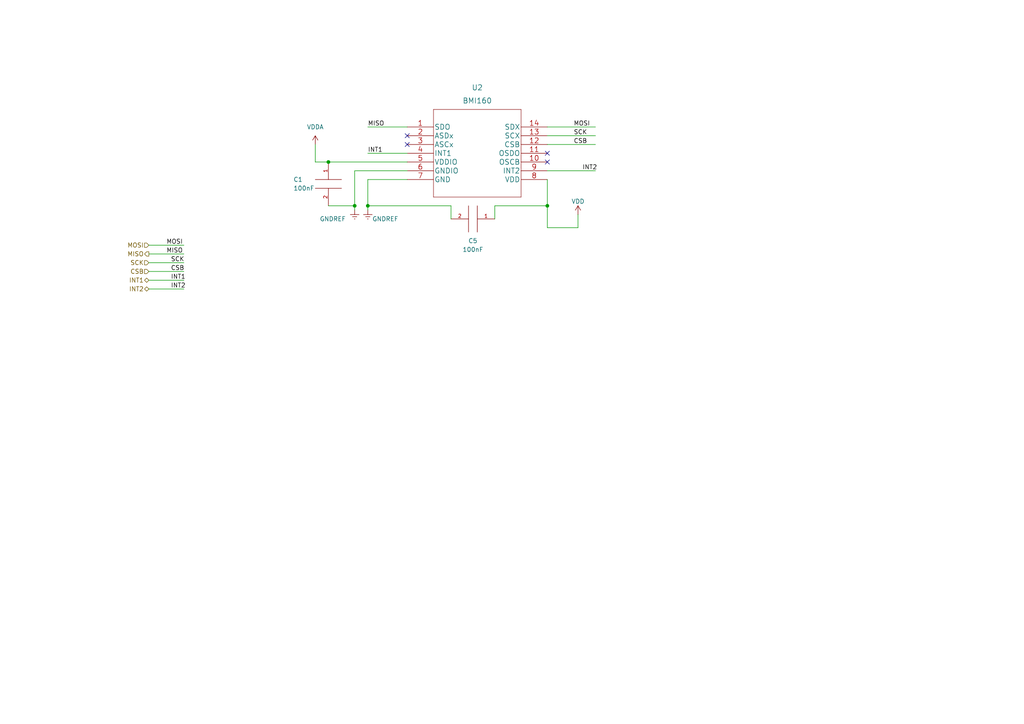
<source format=kicad_sch>
(kicad_sch (version 20230121) (generator eeschema)
  (paper "A4")
  (lib_symbols
    (symbol "BM160:BMI160" (pin_names (offset 0.254))
      (property "Reference" "U6" (at 20.32 11.43 0))
      (property "Value" "BMI160" (at 20.32 7.62 0))
      (symbol "BMI160_1_1"
        (polyline (pts (xy 7.62 -20.32) (xy 33.02 -20.32)) (stroke (width 0.127)))
        (polyline (pts (xy 7.62 5.08) (xy 7.62 -20.32)) (stroke (width 0.127)))
        (polyline (pts (xy 33.02 -20.32) (xy 33.02 5.08)) (stroke (width 0.127)))
        (polyline (pts (xy 33.02 5.08) (xy 7.62 5.08)) (stroke (width 0.127)))
        (pin bidirectional line (at 0 0 0) (length 7.62) (name "SDO") (number "1"))
        (pin bidirectional line (at 40.64 -10.16 180) (length 7.62) (name "OSCB") (number "10"))
        (pin bidirectional line (at 40.64 -7.62 180) (length 7.62) (name "OSDO") (number "11"))
        (pin input line (at 40.64 -5.08 180) (length 7.62) (name "CSB") (number "12"))
        (pin input line (at 40.64 -2.54 180) (length 7.62) (name "SCX") (number "13"))
        (pin bidirectional line (at 40.64 0 180) (length 7.62) (name "SDX") (number "14"))
        (pin bidirectional line (at 0 -2.54 0) (length 7.62) (name "ASDx") (number "2"))
        (pin output line (at 0 -5.08 0) (length 7.62) (name "ASCx") (number "3"))
        (pin bidirectional line (at 0 -7.62 0) (length 7.62) (name "INT1") (number "4"))
        (pin unspecified line (at 0 -10.16 0) (length 7.62) (name "VDDIO") (number "5"))
        (pin power_in line (at 0 -12.7 0) (length 7.62) (name "GNDIO") (number "6"))
        (pin power_in line (at 0 -15.24 0) (length 7.62) (name "GND") (number "7"))
        (pin power_in line (at 40.64 -15.24 180) (length 7.62) (name "VDD") (number "8"))
        (pin bidirectional line (at 40.64 -12.7 180) (length 7.62) (name "INT2") (number "9"))
      )
    )
    (symbol "power:GNDREF" (power) (pin_names (offset 0))
      (property "Value" "GNDREF" (at 0 -3.81 0))
      (symbol "GNDREF_0_1"
        (polyline (pts (xy -0.635 -1.905) (xy 0.635 -1.905)))
        (polyline (pts (xy -0.127 -2.54) (xy 0.127 -2.54)))
        (polyline (pts (xy 0 -1.27) (xy 0 0)))
        (polyline (pts (xy 1.27 -1.27) (xy -1.27 -1.27)))
      )
      (symbol "GNDREF_1_1"
        (pin power_in line (at 0 0 270) (length 0) hide (name "GNDREF") (number "1"))
      )
    )
    (symbol "power:VDD" (power) (pin_names (offset 0))
      (property "Value" "VDD" (at 0 3.81 0))
      (symbol "VDD_0_1"
        (polyline (pts (xy -0.762 1.27) (xy 0 2.54)))
        (polyline (pts (xy 0 0) (xy 0 2.54)))
        (polyline (pts (xy 0 2.54) (xy 0.762 1.27)))
      )
      (symbol "VDD_1_1"
        (pin power_in line (at 0 0 90) (length 0) hide (name "VDD") (number "1"))
      )
    )
    (symbol "power:VDDA" (power) (pin_names (offset 0))
      (property "Value" "VDDA" (at 0 3.81 0))
      (symbol "VDDA_0_1"
        (polyline (pts (xy -0.762 1.27) (xy 0 2.54)))
        (polyline (pts (xy 0 0) (xy 0 2.54)))
        (polyline (pts (xy 0 2.54) (xy 0.762 1.27)))
      )
      (symbol "VDDA_1_1"
        (pin power_in line (at 0 0 90) (length 0) hide (name "VDDA") (number "1"))
      )
    )
    (symbol "pspice:CAP" (pin_names (offset 0.254))
      (property "Reference" "C" (at 2.54 3.81 90))
      (property "Value" "CAP" (at 2.54 -3.81 90))
      (symbol "CAP_0_1"
        (polyline (pts (xy -3.81 -1.27) (xy 3.81 -1.27)))
        (polyline (pts (xy -3.81 1.27) (xy 3.81 1.27)))
      )
      (symbol "CAP_1_1"
        (pin passive line (at 0 6.35 270) (length 5.08) (name "~") (number "1"))
        (pin passive line (at 0 -6.35 90) (length 5.08) (name "~") (number "2"))
      )
    )
  )
  (junction (at 102.87 59.69))
  (junction (at 106.68 59.69))
  (junction (at 158.75 59.69))
  (junction (at 95.25 46.99))
  (no_connect (at 158.75 46.99))
  (no_connect (at 158.75 44.45))
  (no_connect (at 118.11 41.91))
  (no_connect (at 118.11 39.37))
  (wire (pts (xy 102.87 59.69) (xy 102.87 60.96)))
  (wire (pts (xy 158.75 49.53) (xy 172.72 49.53)))
  (wire (pts (xy 143.51 59.69) (xy 158.75 59.69)))
  (wire (pts (xy 106.68 59.69) (xy 130.81 59.69)))
  (wire (pts (xy 158.75 59.69) (xy 158.75 66.04)))
  (wire (pts (xy 43.18 76.2) (xy 53.34 76.2)))
  (wire (pts (xy 158.75 52.07) (xy 158.75 59.69)))
  (wire (pts (xy 158.75 66.04) (xy 167.64 66.04)))
  (wire (pts (xy 106.68 44.45) (xy 118.11 44.45)))
  (wire (pts (xy 158.75 41.91) (xy 172.72 41.91)))
  (wire (pts (xy 43.18 73.66) (xy 53.34 73.66)))
  (wire (pts (xy 106.68 36.83) (xy 118.11 36.83)))
  (wire (pts (xy 106.68 59.69) (xy 106.68 60.96)))
  (wire (pts (xy 95.25 46.99) (xy 118.11 46.99)))
  (wire (pts (xy 158.75 36.83) (xy 172.72 36.83)))
  (wire (pts (xy 102.87 49.53) (xy 118.11 49.53)))
  (wire (pts (xy 106.68 52.07) (xy 118.11 52.07)))
  (wire (pts (xy 43.18 83.82) (xy 53.34 83.82)))
  (wire (pts (xy 130.81 59.69) (xy 130.81 63.5)))
  (wire (pts (xy 102.87 49.53) (xy 102.87 59.69)))
  (wire (pts (xy 167.64 62.23) (xy 167.64 66.04)))
  (wire (pts (xy 143.51 63.5) (xy 143.51 59.69)))
  (wire (pts (xy 95.25 59.69) (xy 102.87 59.69)))
  (wire (pts (xy 106.68 52.07) (xy 106.68 59.69)))
  (wire (pts (xy 91.44 41.91) (xy 91.44 46.99)))
  (wire (pts (xy 158.75 39.37) (xy 172.72 39.37)))
  (wire (pts (xy 43.18 71.12) (xy 53.34 71.12)))
  (wire (pts (xy 43.18 78.74) (xy 53.34 78.74)))
  (wire (pts (xy 43.18 81.28) (xy 53.34 81.28)))
  (wire (pts (xy 91.44 46.99) (xy 95.25 46.99)))
  (label "INT2" (at 168.91 49.53 0))
  (label "INT2" (at 49.53 83.82 0))
  (label "INT1" (at 49.53 81.28 0))
  (label "MISO" (at 48.26 73.66 0))
  (label "MISO" (at 106.68 36.83 0))
  (label "CSB" (at 49.53 78.74 0))
  (label "MOSI" (at 48.26 71.12 0))
  (label "SCK" (at 166.37 39.37 0))
  (label "MOSI" (at 166.37 36.83 0))
  (label "CSB" (at 166.37 41.91 0))
  (label "SCK" (at 49.53 76.2 0))
  (label "INT1" (at 106.68 44.45 0))
  (hierarchical_label "CSB" (shape input) (at 43.18 78.74 180))
  (hierarchical_label "SCK" (shape input) (at 43.18 76.2 180))
  (hierarchical_label "INT2" (shape bidirectional) (at 43.18 83.82 180))
  (hierarchical_label "INT1" (shape bidirectional) (at 43.18 81.28 180))
  (hierarchical_label "MOSI" (shape input) (at 43.18 71.12 180))
  (hierarchical_label "MISO" (shape output) (at 43.18 73.66 180))
  (symbol (lib_id "power:VDD") (at 167.64 62.23 0) (unit 1)
    (property "Reference" "#PWR011" (effects hide))
    (property "Value" "VDD" (at 167.64 58.42 0))
  )
  (symbol (lib_id "pspice:CAP") (at 137.16 63.5 270) (unit 1)
    (property "Reference" "C5" (at 137.16 69.85 90))
    (property "Value" "100nF" (at 137.16 72.39 90))
    (property "Footprint" "Capacitor_SMD:C_1206_3216Metric_Pad1.33x1.80mm_HandSolder" (effects hide))
  )
  (symbol (lib_id "BM160:BMI160") (at 118.11 36.83 0) (unit 1)
    (property "Reference" "U2" (at 138.43 25.4 0) (effects (font (size 1.524 1.524))))
    (property "Value" "BMI160" (at 138.43 29.21 0) (effects (font (size 1.524 1.524))))
    (property "Footprint" "BMI160:BMI160" (effects hide))
  )
  (symbol (lib_id "power:VDDA") (at 91.44 41.91 0) (unit 1)
    (property "Reference" "#PWR01" (effects hide))
    (property "Value" "VDDA" (at 91.44 36.83 0))
  )
  (symbol (lib_id "power:GNDREF") (at 102.87 60.96 0) (unit 1)
    (property "Reference" "#PWR05" (effects hide))
    (property "Value" "GNDREF" (at 96.52 63.5 0))
  )
  (symbol (lib_id "power:GNDREF") (at 106.68 60.96 0) (unit 1)
    (property "Reference" "#PWR07" (effects hide))
    (property "Value" "GNDREF" (at 111.76 63.5 0))
  )
  (symbol (lib_id "pspice:CAP") (at 95.25 53.34 0) (unit 1)
    (property "Reference" "C1" (at 85.09 52.07 0) (effects (justify left)))
    (property "Value" "100nF" (at 85.09 54.61 0) (effects (justify left)))
    (property "Footprint" "Capacitor_SMD:C_1206_3216Metric_Pad1.33x1.80mm_HandSolder" (effects hide))
  )
)
</source>
